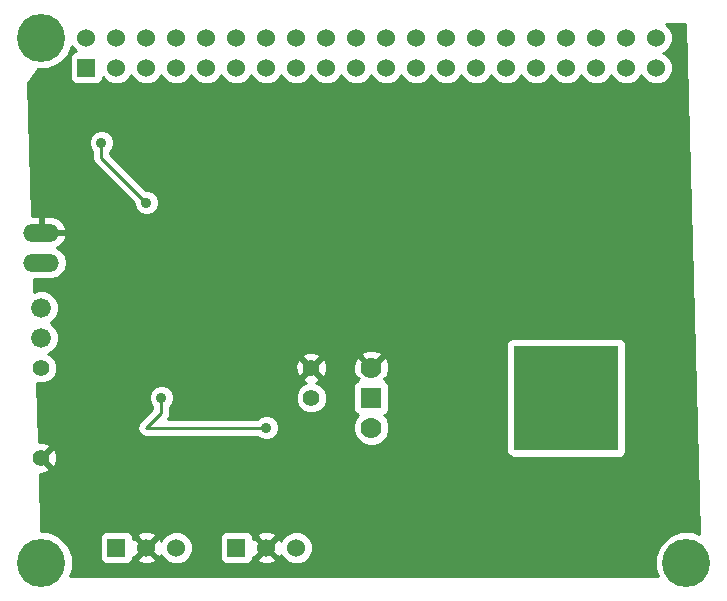
<source format=gbl>
G04 (created by PCBNEW (2013-07-07 BZR 4022)-stable) date 1/3/2015 11:46:25 AM*
%MOIN*%
G04 Gerber Fmt 3.4, Leading zero omitted, Abs format*
%FSLAX34Y34*%
G01*
G70*
G90*
G04 APERTURE LIST*
%ADD10C,0.00590551*%
%ADD11C,0.055*%
%ADD12R,0.06X0.06*%
%ADD13C,0.06*%
%ADD14R,0.35X0.35*%
%ADD15C,0.07*%
%ADD16R,0.07X0.07*%
%ADD17C,0.066*%
%ADD18C,0.16*%
%ADD19O,0.1187X0.0593*%
%ADD20C,0.035*%
%ADD21C,0.01*%
G04 APERTURE END LIST*
G54D10*
G54D11*
X16000Y-40500D03*
X16000Y-37500D03*
G54D12*
X17500Y-27500D03*
G54D13*
X17500Y-26500D03*
X22500Y-27500D03*
X18500Y-26500D03*
X23500Y-27500D03*
X19500Y-26500D03*
X24500Y-27500D03*
X20500Y-26500D03*
X25500Y-27500D03*
X21500Y-26500D03*
X26500Y-27500D03*
X22500Y-26500D03*
X27500Y-27500D03*
X23500Y-26500D03*
X28500Y-27500D03*
X24500Y-26500D03*
X29500Y-27500D03*
X25500Y-26500D03*
X30500Y-27500D03*
X26500Y-26500D03*
X31500Y-27500D03*
X27500Y-26500D03*
X32500Y-27500D03*
X28500Y-26500D03*
X29500Y-26500D03*
X33500Y-27500D03*
X30500Y-26500D03*
X32500Y-26500D03*
X33500Y-26500D03*
X34500Y-26500D03*
X35500Y-26500D03*
X34500Y-27500D03*
X35500Y-27500D03*
X18500Y-27500D03*
X19500Y-27500D03*
X20500Y-27500D03*
X21500Y-27500D03*
X36500Y-27500D03*
X36500Y-26500D03*
X31500Y-26500D03*
G54D14*
X33500Y-38500D03*
G54D15*
X27000Y-37500D03*
G54D16*
X27000Y-38500D03*
G54D15*
X27000Y-39500D03*
G54D17*
X16000Y-36500D03*
X16000Y-35500D03*
G54D11*
X25000Y-37500D03*
X25000Y-38500D03*
G54D12*
X18500Y-43500D03*
G54D13*
X19500Y-43500D03*
X20500Y-43500D03*
G54D12*
X22500Y-43500D03*
G54D13*
X23500Y-43500D03*
X24500Y-43500D03*
G54D18*
X16000Y-26500D03*
X16000Y-44000D03*
X37500Y-44000D03*
G54D19*
X16000Y-34000D03*
X16000Y-33000D03*
G54D20*
X18000Y-30000D03*
X19500Y-32000D03*
X20000Y-38500D03*
X23500Y-39500D03*
G54D21*
X18000Y-30500D02*
X18000Y-30000D01*
X19500Y-32000D02*
X18000Y-30500D01*
X20000Y-39000D02*
X20000Y-38500D01*
X19500Y-39500D02*
X20000Y-39000D01*
X23500Y-39500D02*
X19500Y-39500D01*
G54D10*
G36*
X37910Y-43033D02*
X37709Y-42950D01*
X37292Y-42949D01*
X36906Y-43109D01*
X36610Y-43404D01*
X36450Y-43790D01*
X36449Y-44207D01*
X36549Y-44450D01*
X35500Y-44450D01*
X35500Y-40200D01*
X35500Y-36700D01*
X35462Y-36608D01*
X35391Y-36538D01*
X35299Y-36500D01*
X35200Y-36499D01*
X31700Y-36499D01*
X31608Y-36537D01*
X31538Y-36608D01*
X31500Y-36700D01*
X31499Y-36799D01*
X31499Y-40299D01*
X31537Y-40391D01*
X31608Y-40461D01*
X31700Y-40499D01*
X31799Y-40500D01*
X35299Y-40500D01*
X35391Y-40462D01*
X35461Y-40391D01*
X35499Y-40299D01*
X35500Y-40200D01*
X35500Y-44450D01*
X27604Y-44450D01*
X27604Y-37593D01*
X27594Y-37355D01*
X27522Y-37182D01*
X27422Y-37148D01*
X27351Y-37219D01*
X27351Y-37077D01*
X27317Y-36977D01*
X27093Y-36895D01*
X26855Y-36905D01*
X26682Y-36977D01*
X26648Y-37077D01*
X27000Y-37429D01*
X27351Y-37077D01*
X27351Y-37219D01*
X27070Y-37500D01*
X27076Y-37505D01*
X27005Y-37576D01*
X27000Y-37570D01*
X26994Y-37576D01*
X26929Y-37511D01*
X26923Y-37505D01*
X26929Y-37500D01*
X26577Y-37148D01*
X26477Y-37182D01*
X26395Y-37406D01*
X26405Y-37644D01*
X26477Y-37817D01*
X26577Y-37851D01*
X26532Y-37896D01*
X26554Y-37918D01*
X26508Y-37937D01*
X26438Y-38008D01*
X26400Y-38100D01*
X26399Y-38199D01*
X26399Y-38899D01*
X26437Y-38991D01*
X26508Y-39061D01*
X26565Y-39085D01*
X26491Y-39159D01*
X26400Y-39380D01*
X26399Y-39618D01*
X26491Y-39839D01*
X26659Y-40008D01*
X26880Y-40099D01*
X27118Y-40100D01*
X27339Y-40008D01*
X27508Y-39840D01*
X27599Y-39619D01*
X27600Y-39381D01*
X27508Y-39160D01*
X27434Y-39085D01*
X27491Y-39062D01*
X27561Y-38991D01*
X27599Y-38899D01*
X27600Y-38800D01*
X27600Y-38100D01*
X27562Y-38008D01*
X27491Y-37938D01*
X27445Y-37918D01*
X27467Y-37896D01*
X27422Y-37851D01*
X27522Y-37817D01*
X27604Y-37593D01*
X27604Y-44450D01*
X27600Y-44450D01*
X25529Y-44450D01*
X25529Y-37575D01*
X25518Y-37367D01*
X25460Y-37227D01*
X25367Y-37202D01*
X25297Y-37273D01*
X25297Y-37132D01*
X25272Y-37039D01*
X25075Y-36970D01*
X24867Y-36981D01*
X24727Y-37039D01*
X24702Y-37132D01*
X25000Y-37429D01*
X25297Y-37132D01*
X25297Y-37273D01*
X25070Y-37500D01*
X25367Y-37797D01*
X25460Y-37772D01*
X25529Y-37575D01*
X25529Y-44450D01*
X25525Y-44450D01*
X25525Y-38396D01*
X25445Y-38203D01*
X25297Y-38055D01*
X25171Y-38002D01*
X25272Y-37960D01*
X25297Y-37867D01*
X25000Y-37570D01*
X24929Y-37641D01*
X24929Y-37500D01*
X24632Y-37202D01*
X24539Y-37227D01*
X24470Y-37424D01*
X24481Y-37632D01*
X24539Y-37772D01*
X24632Y-37797D01*
X24929Y-37500D01*
X24929Y-37641D01*
X24702Y-37867D01*
X24727Y-37960D01*
X24837Y-37999D01*
X24703Y-38054D01*
X24555Y-38202D01*
X24475Y-38395D01*
X24474Y-38603D01*
X24554Y-38797D01*
X24702Y-38944D01*
X24895Y-39024D01*
X25103Y-39025D01*
X25297Y-38945D01*
X25444Y-38797D01*
X25524Y-38604D01*
X25525Y-38396D01*
X25525Y-44450D01*
X25050Y-44450D01*
X25050Y-43391D01*
X24966Y-43188D01*
X24811Y-43034D01*
X24609Y-42950D01*
X24391Y-42949D01*
X24188Y-43033D01*
X24034Y-43188D01*
X24002Y-43263D01*
X23981Y-43212D01*
X23925Y-43196D01*
X23925Y-39415D01*
X23860Y-39259D01*
X23741Y-39139D01*
X23584Y-39075D01*
X23415Y-39074D01*
X23259Y-39139D01*
X23198Y-39200D01*
X20220Y-39200D01*
X20277Y-39114D01*
X20299Y-39000D01*
X20300Y-39000D01*
X20300Y-38801D01*
X20360Y-38741D01*
X20424Y-38584D01*
X20425Y-38415D01*
X20360Y-38259D01*
X20241Y-38139D01*
X20084Y-38075D01*
X19925Y-38074D01*
X19925Y-31915D01*
X19860Y-31759D01*
X19741Y-31639D01*
X19584Y-31575D01*
X19499Y-31574D01*
X18300Y-30375D01*
X18300Y-30301D01*
X18360Y-30241D01*
X18424Y-30084D01*
X18425Y-29915D01*
X18360Y-29759D01*
X18241Y-29639D01*
X18084Y-29575D01*
X17915Y-29574D01*
X17759Y-29639D01*
X17639Y-29758D01*
X17575Y-29915D01*
X17574Y-30084D01*
X17639Y-30240D01*
X17700Y-30301D01*
X17700Y-30500D01*
X17722Y-30614D01*
X17787Y-30712D01*
X19075Y-31999D01*
X19074Y-32084D01*
X19139Y-32240D01*
X19258Y-32360D01*
X19415Y-32424D01*
X19584Y-32425D01*
X19740Y-32360D01*
X19860Y-32241D01*
X19924Y-32084D01*
X19925Y-31915D01*
X19925Y-38074D01*
X19915Y-38074D01*
X19759Y-38139D01*
X19639Y-38258D01*
X19575Y-38415D01*
X19574Y-38584D01*
X19639Y-38740D01*
X19700Y-38801D01*
X19700Y-38875D01*
X19287Y-39287D01*
X19222Y-39385D01*
X19200Y-39500D01*
X19222Y-39614D01*
X19287Y-39712D01*
X19385Y-39777D01*
X19385Y-39777D01*
X19500Y-39800D01*
X23198Y-39800D01*
X23258Y-39860D01*
X23415Y-39924D01*
X23584Y-39925D01*
X23740Y-39860D01*
X23860Y-39741D01*
X23924Y-39584D01*
X23925Y-39415D01*
X23925Y-43196D01*
X23885Y-43184D01*
X23815Y-43255D01*
X23815Y-43114D01*
X23787Y-43018D01*
X23581Y-42945D01*
X23363Y-42956D01*
X23212Y-43018D01*
X23184Y-43114D01*
X23500Y-43429D01*
X23815Y-43114D01*
X23815Y-43255D01*
X23570Y-43500D01*
X23885Y-43815D01*
X23981Y-43787D01*
X24000Y-43732D01*
X24033Y-43811D01*
X24188Y-43965D01*
X24390Y-44049D01*
X24608Y-44050D01*
X24811Y-43966D01*
X24965Y-43811D01*
X25049Y-43609D01*
X25050Y-43391D01*
X25050Y-44450D01*
X23815Y-44450D01*
X23815Y-43885D01*
X23500Y-43570D01*
X23429Y-43641D01*
X23429Y-43500D01*
X23114Y-43184D01*
X23050Y-43203D01*
X23050Y-43150D01*
X23012Y-43058D01*
X22941Y-42988D01*
X22849Y-42950D01*
X22750Y-42949D01*
X22150Y-42949D01*
X22058Y-42987D01*
X21988Y-43058D01*
X21950Y-43150D01*
X21949Y-43249D01*
X21949Y-43849D01*
X21987Y-43941D01*
X22058Y-44011D01*
X22150Y-44049D01*
X22249Y-44050D01*
X22849Y-44050D01*
X22941Y-44012D01*
X23011Y-43941D01*
X23049Y-43849D01*
X23050Y-43796D01*
X23114Y-43815D01*
X23429Y-43500D01*
X23429Y-43641D01*
X23184Y-43885D01*
X23212Y-43981D01*
X23418Y-44054D01*
X23636Y-44043D01*
X23787Y-43981D01*
X23815Y-43885D01*
X23815Y-44450D01*
X21050Y-44450D01*
X21050Y-43391D01*
X20966Y-43188D01*
X20811Y-43034D01*
X20609Y-42950D01*
X20391Y-42949D01*
X20188Y-43033D01*
X20034Y-43188D01*
X20002Y-43263D01*
X19981Y-43212D01*
X19885Y-43184D01*
X19815Y-43255D01*
X19815Y-43114D01*
X19787Y-43018D01*
X19581Y-42945D01*
X19363Y-42956D01*
X19212Y-43018D01*
X19184Y-43114D01*
X19500Y-43429D01*
X19815Y-43114D01*
X19815Y-43255D01*
X19570Y-43500D01*
X19885Y-43815D01*
X19981Y-43787D01*
X20000Y-43732D01*
X20033Y-43811D01*
X20188Y-43965D01*
X20390Y-44049D01*
X20608Y-44050D01*
X20811Y-43966D01*
X20965Y-43811D01*
X21049Y-43609D01*
X21050Y-43391D01*
X21050Y-44450D01*
X19815Y-44450D01*
X19815Y-43885D01*
X19500Y-43570D01*
X19429Y-43641D01*
X19429Y-43500D01*
X19114Y-43184D01*
X19050Y-43203D01*
X19050Y-43150D01*
X19012Y-43058D01*
X18941Y-42988D01*
X18849Y-42950D01*
X18750Y-42949D01*
X18150Y-42949D01*
X18058Y-42987D01*
X17988Y-43058D01*
X17950Y-43150D01*
X17949Y-43249D01*
X17949Y-43849D01*
X17987Y-43941D01*
X18058Y-44011D01*
X18150Y-44049D01*
X18249Y-44050D01*
X18849Y-44050D01*
X18941Y-44012D01*
X19011Y-43941D01*
X19049Y-43849D01*
X19050Y-43796D01*
X19114Y-43815D01*
X19429Y-43500D01*
X19429Y-43641D01*
X19184Y-43885D01*
X19212Y-43981D01*
X19418Y-44054D01*
X19636Y-44043D01*
X19787Y-43981D01*
X19815Y-43885D01*
X19815Y-44450D01*
X16950Y-44450D01*
X17049Y-44209D01*
X17050Y-43792D01*
X16890Y-43406D01*
X16595Y-43110D01*
X16529Y-43083D01*
X16529Y-40575D01*
X16518Y-40367D01*
X16460Y-40227D01*
X16367Y-40202D01*
X16070Y-40500D01*
X16367Y-40797D01*
X16460Y-40772D01*
X16529Y-40575D01*
X16529Y-43083D01*
X16209Y-42950D01*
X16003Y-42950D01*
X15944Y-41028D01*
X16132Y-41018D01*
X16272Y-40960D01*
X16297Y-40867D01*
X16000Y-40570D01*
X15994Y-40576D01*
X15929Y-40510D01*
X15928Y-40500D01*
X15929Y-40500D01*
X15928Y-40499D01*
X15928Y-40489D01*
X15994Y-40423D01*
X16000Y-40429D01*
X16297Y-40132D01*
X16272Y-40039D01*
X16075Y-39970D01*
X15913Y-39978D01*
X15853Y-38007D01*
X15895Y-38024D01*
X16103Y-38025D01*
X16297Y-37945D01*
X16444Y-37797D01*
X16524Y-37604D01*
X16525Y-37396D01*
X16445Y-37203D01*
X16297Y-37055D01*
X16236Y-37029D01*
X16328Y-36991D01*
X16491Y-36828D01*
X16579Y-36615D01*
X16580Y-36385D01*
X16491Y-36171D01*
X16328Y-36008D01*
X16308Y-36000D01*
X16328Y-35991D01*
X16491Y-35828D01*
X16579Y-35615D01*
X16580Y-35385D01*
X16491Y-35171D01*
X16328Y-35008D01*
X16115Y-34920D01*
X15885Y-34919D01*
X15761Y-34971D01*
X15748Y-34546D01*
X16313Y-34546D01*
X16522Y-34504D01*
X16699Y-34386D01*
X16818Y-34209D01*
X16860Y-34000D01*
X16818Y-33790D01*
X16699Y-33613D01*
X16522Y-33495D01*
X16521Y-33494D01*
X16552Y-33485D01*
X16718Y-33351D01*
X16821Y-33162D01*
X16826Y-33134D01*
X16826Y-32865D01*
X16821Y-32837D01*
X16718Y-32648D01*
X16552Y-32514D01*
X16347Y-32453D01*
X16050Y-32453D01*
X16050Y-32950D01*
X16778Y-32950D01*
X16826Y-32865D01*
X16826Y-33134D01*
X16778Y-33050D01*
X16050Y-33050D01*
X16050Y-33057D01*
X15950Y-33057D01*
X15950Y-33050D01*
X15942Y-33050D01*
X15942Y-32950D01*
X15950Y-32950D01*
X15950Y-32453D01*
X15684Y-32453D01*
X15550Y-28015D01*
X15900Y-27549D01*
X16207Y-27550D01*
X16594Y-27390D01*
X16889Y-27095D01*
X17020Y-26780D01*
X17033Y-26811D01*
X17172Y-26949D01*
X17150Y-26949D01*
X17058Y-26987D01*
X16988Y-27058D01*
X16950Y-27150D01*
X16949Y-27249D01*
X16949Y-27849D01*
X16987Y-27941D01*
X17058Y-28011D01*
X17150Y-28049D01*
X17249Y-28050D01*
X17849Y-28050D01*
X17941Y-28012D01*
X18011Y-27941D01*
X18049Y-27849D01*
X18049Y-27827D01*
X18188Y-27965D01*
X18390Y-28049D01*
X18608Y-28050D01*
X18811Y-27966D01*
X18965Y-27811D01*
X18999Y-27730D01*
X19033Y-27811D01*
X19188Y-27965D01*
X19390Y-28049D01*
X19608Y-28050D01*
X19811Y-27966D01*
X19965Y-27811D01*
X19999Y-27730D01*
X20033Y-27811D01*
X20188Y-27965D01*
X20390Y-28049D01*
X20608Y-28050D01*
X20811Y-27966D01*
X20965Y-27811D01*
X20999Y-27730D01*
X21033Y-27811D01*
X21188Y-27965D01*
X21390Y-28049D01*
X21608Y-28050D01*
X21811Y-27966D01*
X21965Y-27811D01*
X21999Y-27730D01*
X22033Y-27811D01*
X22188Y-27965D01*
X22390Y-28049D01*
X22608Y-28050D01*
X22811Y-27966D01*
X22965Y-27811D01*
X22999Y-27730D01*
X23033Y-27811D01*
X23188Y-27965D01*
X23390Y-28049D01*
X23608Y-28050D01*
X23811Y-27966D01*
X23965Y-27811D01*
X23999Y-27730D01*
X24033Y-27811D01*
X24188Y-27965D01*
X24390Y-28049D01*
X24608Y-28050D01*
X24811Y-27966D01*
X24965Y-27811D01*
X24999Y-27730D01*
X25033Y-27811D01*
X25188Y-27965D01*
X25390Y-28049D01*
X25608Y-28050D01*
X25811Y-27966D01*
X25965Y-27811D01*
X25999Y-27730D01*
X26033Y-27811D01*
X26188Y-27965D01*
X26390Y-28049D01*
X26608Y-28050D01*
X26811Y-27966D01*
X26965Y-27811D01*
X26999Y-27730D01*
X27033Y-27811D01*
X27188Y-27965D01*
X27390Y-28049D01*
X27608Y-28050D01*
X27811Y-27966D01*
X27965Y-27811D01*
X27999Y-27730D01*
X28033Y-27811D01*
X28188Y-27965D01*
X28390Y-28049D01*
X28608Y-28050D01*
X28811Y-27966D01*
X28965Y-27811D01*
X28999Y-27730D01*
X29033Y-27811D01*
X29188Y-27965D01*
X29390Y-28049D01*
X29608Y-28050D01*
X29811Y-27966D01*
X29965Y-27811D01*
X29999Y-27730D01*
X30033Y-27811D01*
X30188Y-27965D01*
X30390Y-28049D01*
X30608Y-28050D01*
X30811Y-27966D01*
X30965Y-27811D01*
X30999Y-27730D01*
X31033Y-27811D01*
X31188Y-27965D01*
X31390Y-28049D01*
X31608Y-28050D01*
X31811Y-27966D01*
X31965Y-27811D01*
X31999Y-27730D01*
X32033Y-27811D01*
X32188Y-27965D01*
X32390Y-28049D01*
X32608Y-28050D01*
X32811Y-27966D01*
X32965Y-27811D01*
X32999Y-27730D01*
X33033Y-27811D01*
X33188Y-27965D01*
X33390Y-28049D01*
X33608Y-28050D01*
X33811Y-27966D01*
X33965Y-27811D01*
X33999Y-27730D01*
X34033Y-27811D01*
X34188Y-27965D01*
X34390Y-28049D01*
X34608Y-28050D01*
X34811Y-27966D01*
X34965Y-27811D01*
X34999Y-27730D01*
X35033Y-27811D01*
X35188Y-27965D01*
X35390Y-28049D01*
X35608Y-28050D01*
X35811Y-27966D01*
X35965Y-27811D01*
X35999Y-27730D01*
X36033Y-27811D01*
X36188Y-27965D01*
X36390Y-28049D01*
X36608Y-28050D01*
X36811Y-27966D01*
X36965Y-27811D01*
X37049Y-27609D01*
X37050Y-27391D01*
X36966Y-27188D01*
X36811Y-27034D01*
X36730Y-27000D01*
X36811Y-26966D01*
X36965Y-26811D01*
X37049Y-26609D01*
X37050Y-26391D01*
X36966Y-26188D01*
X36827Y-26050D01*
X37451Y-26050D01*
X37910Y-43033D01*
X37910Y-43033D01*
G37*
G54D21*
X37910Y-43033D02*
X37709Y-42950D01*
X37292Y-42949D01*
X36906Y-43109D01*
X36610Y-43404D01*
X36450Y-43790D01*
X36449Y-44207D01*
X36549Y-44450D01*
X35500Y-44450D01*
X35500Y-40200D01*
X35500Y-36700D01*
X35462Y-36608D01*
X35391Y-36538D01*
X35299Y-36500D01*
X35200Y-36499D01*
X31700Y-36499D01*
X31608Y-36537D01*
X31538Y-36608D01*
X31500Y-36700D01*
X31499Y-36799D01*
X31499Y-40299D01*
X31537Y-40391D01*
X31608Y-40461D01*
X31700Y-40499D01*
X31799Y-40500D01*
X35299Y-40500D01*
X35391Y-40462D01*
X35461Y-40391D01*
X35499Y-40299D01*
X35500Y-40200D01*
X35500Y-44450D01*
X27604Y-44450D01*
X27604Y-37593D01*
X27594Y-37355D01*
X27522Y-37182D01*
X27422Y-37148D01*
X27351Y-37219D01*
X27351Y-37077D01*
X27317Y-36977D01*
X27093Y-36895D01*
X26855Y-36905D01*
X26682Y-36977D01*
X26648Y-37077D01*
X27000Y-37429D01*
X27351Y-37077D01*
X27351Y-37219D01*
X27070Y-37500D01*
X27076Y-37505D01*
X27005Y-37576D01*
X27000Y-37570D01*
X26994Y-37576D01*
X26929Y-37511D01*
X26923Y-37505D01*
X26929Y-37500D01*
X26577Y-37148D01*
X26477Y-37182D01*
X26395Y-37406D01*
X26405Y-37644D01*
X26477Y-37817D01*
X26577Y-37851D01*
X26532Y-37896D01*
X26554Y-37918D01*
X26508Y-37937D01*
X26438Y-38008D01*
X26400Y-38100D01*
X26399Y-38199D01*
X26399Y-38899D01*
X26437Y-38991D01*
X26508Y-39061D01*
X26565Y-39085D01*
X26491Y-39159D01*
X26400Y-39380D01*
X26399Y-39618D01*
X26491Y-39839D01*
X26659Y-40008D01*
X26880Y-40099D01*
X27118Y-40100D01*
X27339Y-40008D01*
X27508Y-39840D01*
X27599Y-39619D01*
X27600Y-39381D01*
X27508Y-39160D01*
X27434Y-39085D01*
X27491Y-39062D01*
X27561Y-38991D01*
X27599Y-38899D01*
X27600Y-38800D01*
X27600Y-38100D01*
X27562Y-38008D01*
X27491Y-37938D01*
X27445Y-37918D01*
X27467Y-37896D01*
X27422Y-37851D01*
X27522Y-37817D01*
X27604Y-37593D01*
X27604Y-44450D01*
X27600Y-44450D01*
X25529Y-44450D01*
X25529Y-37575D01*
X25518Y-37367D01*
X25460Y-37227D01*
X25367Y-37202D01*
X25297Y-37273D01*
X25297Y-37132D01*
X25272Y-37039D01*
X25075Y-36970D01*
X24867Y-36981D01*
X24727Y-37039D01*
X24702Y-37132D01*
X25000Y-37429D01*
X25297Y-37132D01*
X25297Y-37273D01*
X25070Y-37500D01*
X25367Y-37797D01*
X25460Y-37772D01*
X25529Y-37575D01*
X25529Y-44450D01*
X25525Y-44450D01*
X25525Y-38396D01*
X25445Y-38203D01*
X25297Y-38055D01*
X25171Y-38002D01*
X25272Y-37960D01*
X25297Y-37867D01*
X25000Y-37570D01*
X24929Y-37641D01*
X24929Y-37500D01*
X24632Y-37202D01*
X24539Y-37227D01*
X24470Y-37424D01*
X24481Y-37632D01*
X24539Y-37772D01*
X24632Y-37797D01*
X24929Y-37500D01*
X24929Y-37641D01*
X24702Y-37867D01*
X24727Y-37960D01*
X24837Y-37999D01*
X24703Y-38054D01*
X24555Y-38202D01*
X24475Y-38395D01*
X24474Y-38603D01*
X24554Y-38797D01*
X24702Y-38944D01*
X24895Y-39024D01*
X25103Y-39025D01*
X25297Y-38945D01*
X25444Y-38797D01*
X25524Y-38604D01*
X25525Y-38396D01*
X25525Y-44450D01*
X25050Y-44450D01*
X25050Y-43391D01*
X24966Y-43188D01*
X24811Y-43034D01*
X24609Y-42950D01*
X24391Y-42949D01*
X24188Y-43033D01*
X24034Y-43188D01*
X24002Y-43263D01*
X23981Y-43212D01*
X23925Y-43196D01*
X23925Y-39415D01*
X23860Y-39259D01*
X23741Y-39139D01*
X23584Y-39075D01*
X23415Y-39074D01*
X23259Y-39139D01*
X23198Y-39200D01*
X20220Y-39200D01*
X20277Y-39114D01*
X20299Y-39000D01*
X20300Y-39000D01*
X20300Y-38801D01*
X20360Y-38741D01*
X20424Y-38584D01*
X20425Y-38415D01*
X20360Y-38259D01*
X20241Y-38139D01*
X20084Y-38075D01*
X19925Y-38074D01*
X19925Y-31915D01*
X19860Y-31759D01*
X19741Y-31639D01*
X19584Y-31575D01*
X19499Y-31574D01*
X18300Y-30375D01*
X18300Y-30301D01*
X18360Y-30241D01*
X18424Y-30084D01*
X18425Y-29915D01*
X18360Y-29759D01*
X18241Y-29639D01*
X18084Y-29575D01*
X17915Y-29574D01*
X17759Y-29639D01*
X17639Y-29758D01*
X17575Y-29915D01*
X17574Y-30084D01*
X17639Y-30240D01*
X17700Y-30301D01*
X17700Y-30500D01*
X17722Y-30614D01*
X17787Y-30712D01*
X19075Y-31999D01*
X19074Y-32084D01*
X19139Y-32240D01*
X19258Y-32360D01*
X19415Y-32424D01*
X19584Y-32425D01*
X19740Y-32360D01*
X19860Y-32241D01*
X19924Y-32084D01*
X19925Y-31915D01*
X19925Y-38074D01*
X19915Y-38074D01*
X19759Y-38139D01*
X19639Y-38258D01*
X19575Y-38415D01*
X19574Y-38584D01*
X19639Y-38740D01*
X19700Y-38801D01*
X19700Y-38875D01*
X19287Y-39287D01*
X19222Y-39385D01*
X19200Y-39500D01*
X19222Y-39614D01*
X19287Y-39712D01*
X19385Y-39777D01*
X19385Y-39777D01*
X19500Y-39800D01*
X23198Y-39800D01*
X23258Y-39860D01*
X23415Y-39924D01*
X23584Y-39925D01*
X23740Y-39860D01*
X23860Y-39741D01*
X23924Y-39584D01*
X23925Y-39415D01*
X23925Y-43196D01*
X23885Y-43184D01*
X23815Y-43255D01*
X23815Y-43114D01*
X23787Y-43018D01*
X23581Y-42945D01*
X23363Y-42956D01*
X23212Y-43018D01*
X23184Y-43114D01*
X23500Y-43429D01*
X23815Y-43114D01*
X23815Y-43255D01*
X23570Y-43500D01*
X23885Y-43815D01*
X23981Y-43787D01*
X24000Y-43732D01*
X24033Y-43811D01*
X24188Y-43965D01*
X24390Y-44049D01*
X24608Y-44050D01*
X24811Y-43966D01*
X24965Y-43811D01*
X25049Y-43609D01*
X25050Y-43391D01*
X25050Y-44450D01*
X23815Y-44450D01*
X23815Y-43885D01*
X23500Y-43570D01*
X23429Y-43641D01*
X23429Y-43500D01*
X23114Y-43184D01*
X23050Y-43203D01*
X23050Y-43150D01*
X23012Y-43058D01*
X22941Y-42988D01*
X22849Y-42950D01*
X22750Y-42949D01*
X22150Y-42949D01*
X22058Y-42987D01*
X21988Y-43058D01*
X21950Y-43150D01*
X21949Y-43249D01*
X21949Y-43849D01*
X21987Y-43941D01*
X22058Y-44011D01*
X22150Y-44049D01*
X22249Y-44050D01*
X22849Y-44050D01*
X22941Y-44012D01*
X23011Y-43941D01*
X23049Y-43849D01*
X23050Y-43796D01*
X23114Y-43815D01*
X23429Y-43500D01*
X23429Y-43641D01*
X23184Y-43885D01*
X23212Y-43981D01*
X23418Y-44054D01*
X23636Y-44043D01*
X23787Y-43981D01*
X23815Y-43885D01*
X23815Y-44450D01*
X21050Y-44450D01*
X21050Y-43391D01*
X20966Y-43188D01*
X20811Y-43034D01*
X20609Y-42950D01*
X20391Y-42949D01*
X20188Y-43033D01*
X20034Y-43188D01*
X20002Y-43263D01*
X19981Y-43212D01*
X19885Y-43184D01*
X19815Y-43255D01*
X19815Y-43114D01*
X19787Y-43018D01*
X19581Y-42945D01*
X19363Y-42956D01*
X19212Y-43018D01*
X19184Y-43114D01*
X19500Y-43429D01*
X19815Y-43114D01*
X19815Y-43255D01*
X19570Y-43500D01*
X19885Y-43815D01*
X19981Y-43787D01*
X20000Y-43732D01*
X20033Y-43811D01*
X20188Y-43965D01*
X20390Y-44049D01*
X20608Y-44050D01*
X20811Y-43966D01*
X20965Y-43811D01*
X21049Y-43609D01*
X21050Y-43391D01*
X21050Y-44450D01*
X19815Y-44450D01*
X19815Y-43885D01*
X19500Y-43570D01*
X19429Y-43641D01*
X19429Y-43500D01*
X19114Y-43184D01*
X19050Y-43203D01*
X19050Y-43150D01*
X19012Y-43058D01*
X18941Y-42988D01*
X18849Y-42950D01*
X18750Y-42949D01*
X18150Y-42949D01*
X18058Y-42987D01*
X17988Y-43058D01*
X17950Y-43150D01*
X17949Y-43249D01*
X17949Y-43849D01*
X17987Y-43941D01*
X18058Y-44011D01*
X18150Y-44049D01*
X18249Y-44050D01*
X18849Y-44050D01*
X18941Y-44012D01*
X19011Y-43941D01*
X19049Y-43849D01*
X19050Y-43796D01*
X19114Y-43815D01*
X19429Y-43500D01*
X19429Y-43641D01*
X19184Y-43885D01*
X19212Y-43981D01*
X19418Y-44054D01*
X19636Y-44043D01*
X19787Y-43981D01*
X19815Y-43885D01*
X19815Y-44450D01*
X16950Y-44450D01*
X17049Y-44209D01*
X17050Y-43792D01*
X16890Y-43406D01*
X16595Y-43110D01*
X16529Y-43083D01*
X16529Y-40575D01*
X16518Y-40367D01*
X16460Y-40227D01*
X16367Y-40202D01*
X16070Y-40500D01*
X16367Y-40797D01*
X16460Y-40772D01*
X16529Y-40575D01*
X16529Y-43083D01*
X16209Y-42950D01*
X16003Y-42950D01*
X15944Y-41028D01*
X16132Y-41018D01*
X16272Y-40960D01*
X16297Y-40867D01*
X16000Y-40570D01*
X15994Y-40576D01*
X15929Y-40510D01*
X15928Y-40500D01*
X15929Y-40500D01*
X15928Y-40499D01*
X15928Y-40489D01*
X15994Y-40423D01*
X16000Y-40429D01*
X16297Y-40132D01*
X16272Y-40039D01*
X16075Y-39970D01*
X15913Y-39978D01*
X15853Y-38007D01*
X15895Y-38024D01*
X16103Y-38025D01*
X16297Y-37945D01*
X16444Y-37797D01*
X16524Y-37604D01*
X16525Y-37396D01*
X16445Y-37203D01*
X16297Y-37055D01*
X16236Y-37029D01*
X16328Y-36991D01*
X16491Y-36828D01*
X16579Y-36615D01*
X16580Y-36385D01*
X16491Y-36171D01*
X16328Y-36008D01*
X16308Y-36000D01*
X16328Y-35991D01*
X16491Y-35828D01*
X16579Y-35615D01*
X16580Y-35385D01*
X16491Y-35171D01*
X16328Y-35008D01*
X16115Y-34920D01*
X15885Y-34919D01*
X15761Y-34971D01*
X15748Y-34546D01*
X16313Y-34546D01*
X16522Y-34504D01*
X16699Y-34386D01*
X16818Y-34209D01*
X16860Y-34000D01*
X16818Y-33790D01*
X16699Y-33613D01*
X16522Y-33495D01*
X16521Y-33494D01*
X16552Y-33485D01*
X16718Y-33351D01*
X16821Y-33162D01*
X16826Y-33134D01*
X16826Y-32865D01*
X16821Y-32837D01*
X16718Y-32648D01*
X16552Y-32514D01*
X16347Y-32453D01*
X16050Y-32453D01*
X16050Y-32950D01*
X16778Y-32950D01*
X16826Y-32865D01*
X16826Y-33134D01*
X16778Y-33050D01*
X16050Y-33050D01*
X16050Y-33057D01*
X15950Y-33057D01*
X15950Y-33050D01*
X15942Y-33050D01*
X15942Y-32950D01*
X15950Y-32950D01*
X15950Y-32453D01*
X15684Y-32453D01*
X15550Y-28015D01*
X15900Y-27549D01*
X16207Y-27550D01*
X16594Y-27390D01*
X16889Y-27095D01*
X17020Y-26780D01*
X17033Y-26811D01*
X17172Y-26949D01*
X17150Y-26949D01*
X17058Y-26987D01*
X16988Y-27058D01*
X16950Y-27150D01*
X16949Y-27249D01*
X16949Y-27849D01*
X16987Y-27941D01*
X17058Y-28011D01*
X17150Y-28049D01*
X17249Y-28050D01*
X17849Y-28050D01*
X17941Y-28012D01*
X18011Y-27941D01*
X18049Y-27849D01*
X18049Y-27827D01*
X18188Y-27965D01*
X18390Y-28049D01*
X18608Y-28050D01*
X18811Y-27966D01*
X18965Y-27811D01*
X18999Y-27730D01*
X19033Y-27811D01*
X19188Y-27965D01*
X19390Y-28049D01*
X19608Y-28050D01*
X19811Y-27966D01*
X19965Y-27811D01*
X19999Y-27730D01*
X20033Y-27811D01*
X20188Y-27965D01*
X20390Y-28049D01*
X20608Y-28050D01*
X20811Y-27966D01*
X20965Y-27811D01*
X20999Y-27730D01*
X21033Y-27811D01*
X21188Y-27965D01*
X21390Y-28049D01*
X21608Y-28050D01*
X21811Y-27966D01*
X21965Y-27811D01*
X21999Y-27730D01*
X22033Y-27811D01*
X22188Y-27965D01*
X22390Y-28049D01*
X22608Y-28050D01*
X22811Y-27966D01*
X22965Y-27811D01*
X22999Y-27730D01*
X23033Y-27811D01*
X23188Y-27965D01*
X23390Y-28049D01*
X23608Y-28050D01*
X23811Y-27966D01*
X23965Y-27811D01*
X23999Y-27730D01*
X24033Y-27811D01*
X24188Y-27965D01*
X24390Y-28049D01*
X24608Y-28050D01*
X24811Y-27966D01*
X24965Y-27811D01*
X24999Y-27730D01*
X25033Y-27811D01*
X25188Y-27965D01*
X25390Y-28049D01*
X25608Y-28050D01*
X25811Y-27966D01*
X25965Y-27811D01*
X25999Y-27730D01*
X26033Y-27811D01*
X26188Y-27965D01*
X26390Y-28049D01*
X26608Y-28050D01*
X26811Y-27966D01*
X26965Y-27811D01*
X26999Y-27730D01*
X27033Y-27811D01*
X27188Y-27965D01*
X27390Y-28049D01*
X27608Y-28050D01*
X27811Y-27966D01*
X27965Y-27811D01*
X27999Y-27730D01*
X28033Y-27811D01*
X28188Y-27965D01*
X28390Y-28049D01*
X28608Y-28050D01*
X28811Y-27966D01*
X28965Y-27811D01*
X28999Y-27730D01*
X29033Y-27811D01*
X29188Y-27965D01*
X29390Y-28049D01*
X29608Y-28050D01*
X29811Y-27966D01*
X29965Y-27811D01*
X29999Y-27730D01*
X30033Y-27811D01*
X30188Y-27965D01*
X30390Y-28049D01*
X30608Y-28050D01*
X30811Y-27966D01*
X30965Y-27811D01*
X30999Y-27730D01*
X31033Y-27811D01*
X31188Y-27965D01*
X31390Y-28049D01*
X31608Y-28050D01*
X31811Y-27966D01*
X31965Y-27811D01*
X31999Y-27730D01*
X32033Y-27811D01*
X32188Y-27965D01*
X32390Y-28049D01*
X32608Y-28050D01*
X32811Y-27966D01*
X32965Y-27811D01*
X32999Y-27730D01*
X33033Y-27811D01*
X33188Y-27965D01*
X33390Y-28049D01*
X33608Y-28050D01*
X33811Y-27966D01*
X33965Y-27811D01*
X33999Y-27730D01*
X34033Y-27811D01*
X34188Y-27965D01*
X34390Y-28049D01*
X34608Y-28050D01*
X34811Y-27966D01*
X34965Y-27811D01*
X34999Y-27730D01*
X35033Y-27811D01*
X35188Y-27965D01*
X35390Y-28049D01*
X35608Y-28050D01*
X35811Y-27966D01*
X35965Y-27811D01*
X35999Y-27730D01*
X36033Y-27811D01*
X36188Y-27965D01*
X36390Y-28049D01*
X36608Y-28050D01*
X36811Y-27966D01*
X36965Y-27811D01*
X37049Y-27609D01*
X37050Y-27391D01*
X36966Y-27188D01*
X36811Y-27034D01*
X36730Y-27000D01*
X36811Y-26966D01*
X36965Y-26811D01*
X37049Y-26609D01*
X37050Y-26391D01*
X36966Y-26188D01*
X36827Y-26050D01*
X37451Y-26050D01*
X37910Y-43033D01*
M02*

</source>
